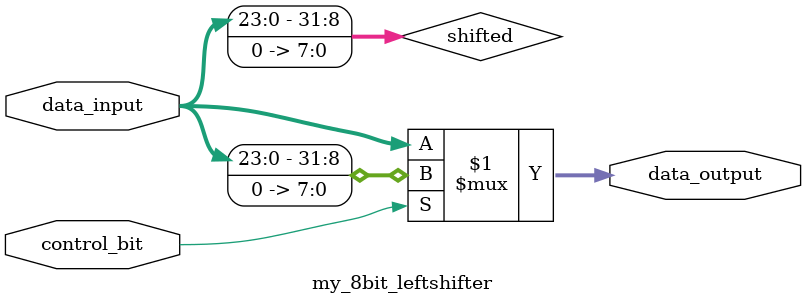
<source format=v>
module my_8bit_leftshifter(data_input, control_bit, data_output);

	input [31:0] data_input;
	input control_bit;
	
	wire [31:0] shifted;
	
	output [31:0] data_output;
	
	
	genvar k;
	generate
	for(k = 31; k > 7; k = k-1) begin: my8ShiftLoop
		assign shifted[k] = data_input[k-8];
    end
	endgenerate
    
    genvar j;
	generate
	for(j = 7; j >= 0; j = j-1) begin: my8ShiftLoop2
		assign shifted[j] = 1'b0;
    end
	endgenerate
	
	assign data_output = control_bit ? shifted : data_input;
	
	
	
endmodule
</source>
